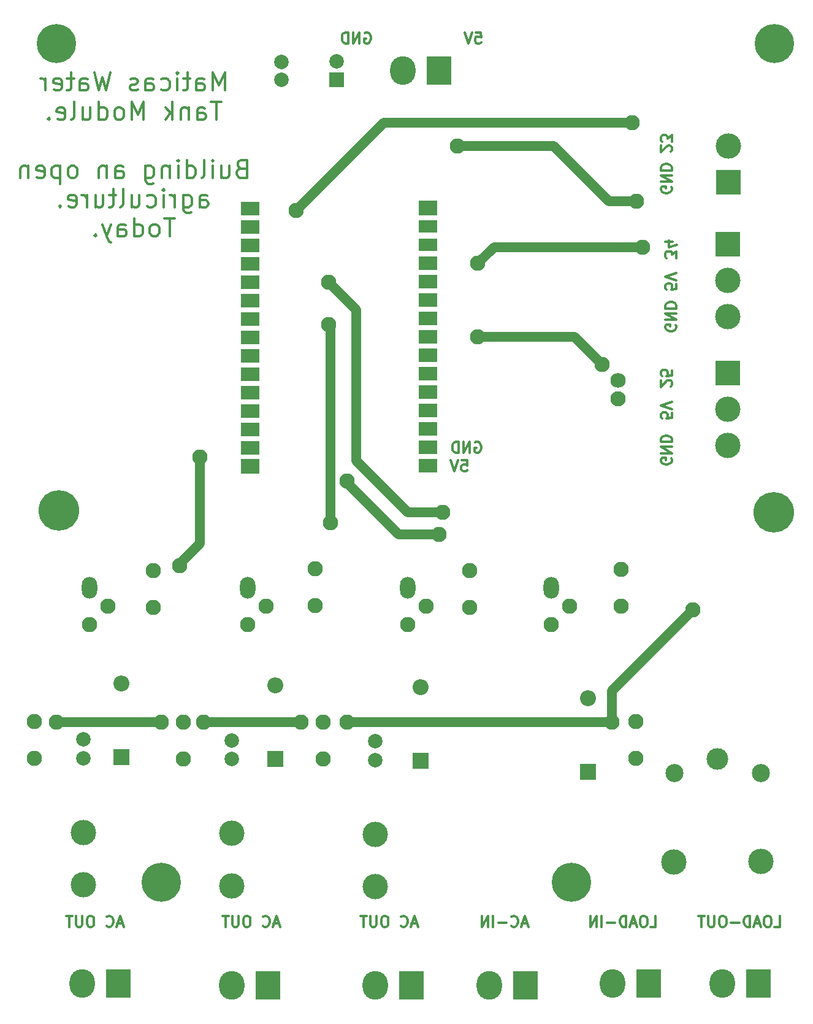
<source format=gbr>
%TF.GenerationSoftware,KiCad,Pcbnew,7.0.3*%
%TF.CreationDate,2023-06-20T18:43:10-05:00*%
%TF.ProjectId,intregration1,696e7472-6567-4726-9174-696f6e312e6b,rev?*%
%TF.SameCoordinates,Original*%
%TF.FileFunction,Copper,L2,Bot*%
%TF.FilePolarity,Positive*%
%FSLAX46Y46*%
G04 Gerber Fmt 4.6, Leading zero omitted, Abs format (unit mm)*
G04 Created by KiCad (PCBNEW 7.0.3) date 2023-06-20 18:43:10*
%MOMM*%
%LPD*%
G01*
G04 APERTURE LIST*
%ADD10C,0.300000*%
%TA.AperFunction,NonConductor*%
%ADD11C,0.300000*%
%TD*%
%TA.AperFunction,ComponentPad*%
%ADD12C,2.125000*%
%TD*%
%TA.AperFunction,ComponentPad*%
%ADD13O,2.125000X2.125000*%
%TD*%
%TA.AperFunction,ComponentPad*%
%ADD14C,2.100000*%
%TD*%
%TA.AperFunction,ComponentPad*%
%ADD15O,2.125000X2.000000*%
%TD*%
%TA.AperFunction,ComponentPad*%
%ADD16R,2.200000X2.200000*%
%TD*%
%TA.AperFunction,ComponentPad*%
%ADD17O,2.200000X2.200000*%
%TD*%
%TA.AperFunction,ComponentPad*%
%ADD18R,3.500000X3.960000*%
%TD*%
%TA.AperFunction,ComponentPad*%
%ADD19O,3.500000X3.960000*%
%TD*%
%TA.AperFunction,ComponentPad*%
%ADD20C,5.600000*%
%TD*%
%TA.AperFunction,ComponentPad*%
%ADD21R,3.500000X3.500000*%
%TD*%
%TA.AperFunction,ComponentPad*%
%ADD22C,3.500000*%
%TD*%
%TA.AperFunction,ComponentPad*%
%ADD23C,5.400000*%
%TD*%
%TA.AperFunction,ComponentPad*%
%ADD24C,2.000000*%
%TD*%
%TA.AperFunction,ComponentPad*%
%ADD25R,2.540000X2.000000*%
%TD*%
%TA.AperFunction,ComponentPad*%
%ADD26R,2.540000X1.950000*%
%TD*%
%TA.AperFunction,ComponentPad*%
%ADD27O,2.125000X3.000000*%
%TD*%
%TA.AperFunction,ComponentPad*%
%ADD28R,2.540000X2.100000*%
%TD*%
%TA.AperFunction,ComponentPad*%
%ADD29R,2.540000X1.740000*%
%TD*%
%TA.AperFunction,ComponentPad*%
%ADD30C,3.000000*%
%TD*%
%TA.AperFunction,ComponentPad*%
%ADD31C,2.500000*%
%TD*%
%TA.AperFunction,ComponentPad*%
%ADD32R,2.000000X2.000000*%
%TD*%
%TA.AperFunction,ViaPad*%
%ADD33C,2.125000*%
%TD*%
%TA.AperFunction,Conductor*%
%ADD34C,1.330000*%
%TD*%
G04 APERTURE END LIST*
D10*
D11*
X139494171Y-61183346D02*
X139494171Y-60254774D01*
X139494171Y-60254774D02*
X138922742Y-60754774D01*
X138922742Y-60754774D02*
X138922742Y-60540489D01*
X138922742Y-60540489D02*
X138851314Y-60397632D01*
X138851314Y-60397632D02*
X138779885Y-60326203D01*
X138779885Y-60326203D02*
X138637028Y-60254774D01*
X138637028Y-60254774D02*
X138279885Y-60254774D01*
X138279885Y-60254774D02*
X138137028Y-60326203D01*
X138137028Y-60326203D02*
X138065600Y-60397632D01*
X138065600Y-60397632D02*
X137994171Y-60540489D01*
X137994171Y-60540489D02*
X137994171Y-60969060D01*
X137994171Y-60969060D02*
X138065600Y-61111917D01*
X138065600Y-61111917D02*
X138137028Y-61183346D01*
X138994171Y-58969061D02*
X137994171Y-58969061D01*
X139565600Y-59326203D02*
X138494171Y-59683346D01*
X138494171Y-59683346D02*
X138494171Y-58754775D01*
D10*
D11*
X77132155Y-38068447D02*
X77132155Y-35568447D01*
X77132155Y-35568447D02*
X76298822Y-37354161D01*
X76298822Y-37354161D02*
X75465489Y-35568447D01*
X75465489Y-35568447D02*
X75465489Y-38068447D01*
X73203584Y-38068447D02*
X73203584Y-36758923D01*
X73203584Y-36758923D02*
X73322631Y-36520828D01*
X73322631Y-36520828D02*
X73560727Y-36401780D01*
X73560727Y-36401780D02*
X74036917Y-36401780D01*
X74036917Y-36401780D02*
X74275012Y-36520828D01*
X73203584Y-37949400D02*
X73441679Y-38068447D01*
X73441679Y-38068447D02*
X74036917Y-38068447D01*
X74036917Y-38068447D02*
X74275012Y-37949400D01*
X74275012Y-37949400D02*
X74394060Y-37711304D01*
X74394060Y-37711304D02*
X74394060Y-37473209D01*
X74394060Y-37473209D02*
X74275012Y-37235114D01*
X74275012Y-37235114D02*
X74036917Y-37116066D01*
X74036917Y-37116066D02*
X73441679Y-37116066D01*
X73441679Y-37116066D02*
X73203584Y-36997019D01*
X72370250Y-36401780D02*
X71417869Y-36401780D01*
X72013107Y-35568447D02*
X72013107Y-37711304D01*
X72013107Y-37711304D02*
X71894060Y-37949400D01*
X71894060Y-37949400D02*
X71655965Y-38068447D01*
X71655965Y-38068447D02*
X71417869Y-38068447D01*
X70584536Y-38068447D02*
X70584536Y-36401780D01*
X70584536Y-35568447D02*
X70703584Y-35687495D01*
X70703584Y-35687495D02*
X70584536Y-35806542D01*
X70584536Y-35806542D02*
X70465489Y-35687495D01*
X70465489Y-35687495D02*
X70584536Y-35568447D01*
X70584536Y-35568447D02*
X70584536Y-35806542D01*
X68322632Y-37949400D02*
X68560727Y-38068447D01*
X68560727Y-38068447D02*
X69036918Y-38068447D01*
X69036918Y-38068447D02*
X69275013Y-37949400D01*
X69275013Y-37949400D02*
X69394060Y-37830352D01*
X69394060Y-37830352D02*
X69513108Y-37592257D01*
X69513108Y-37592257D02*
X69513108Y-36877971D01*
X69513108Y-36877971D02*
X69394060Y-36639876D01*
X69394060Y-36639876D02*
X69275013Y-36520828D01*
X69275013Y-36520828D02*
X69036918Y-36401780D01*
X69036918Y-36401780D02*
X68560727Y-36401780D01*
X68560727Y-36401780D02*
X68322632Y-36520828D01*
X66179775Y-38068447D02*
X66179775Y-36758923D01*
X66179775Y-36758923D02*
X66298822Y-36520828D01*
X66298822Y-36520828D02*
X66536918Y-36401780D01*
X66536918Y-36401780D02*
X67013108Y-36401780D01*
X67013108Y-36401780D02*
X67251203Y-36520828D01*
X66179775Y-37949400D02*
X66417870Y-38068447D01*
X66417870Y-38068447D02*
X67013108Y-38068447D01*
X67013108Y-38068447D02*
X67251203Y-37949400D01*
X67251203Y-37949400D02*
X67370251Y-37711304D01*
X67370251Y-37711304D02*
X67370251Y-37473209D01*
X67370251Y-37473209D02*
X67251203Y-37235114D01*
X67251203Y-37235114D02*
X67013108Y-37116066D01*
X67013108Y-37116066D02*
X66417870Y-37116066D01*
X66417870Y-37116066D02*
X66179775Y-36997019D01*
X65108346Y-37949400D02*
X64870251Y-38068447D01*
X64870251Y-38068447D02*
X64394060Y-38068447D01*
X64394060Y-38068447D02*
X64155965Y-37949400D01*
X64155965Y-37949400D02*
X64036917Y-37711304D01*
X64036917Y-37711304D02*
X64036917Y-37592257D01*
X64036917Y-37592257D02*
X64155965Y-37354161D01*
X64155965Y-37354161D02*
X64394060Y-37235114D01*
X64394060Y-37235114D02*
X64751203Y-37235114D01*
X64751203Y-37235114D02*
X64989298Y-37116066D01*
X64989298Y-37116066D02*
X65108346Y-36877971D01*
X65108346Y-36877971D02*
X65108346Y-36758923D01*
X65108346Y-36758923D02*
X64989298Y-36520828D01*
X64989298Y-36520828D02*
X64751203Y-36401780D01*
X64751203Y-36401780D02*
X64394060Y-36401780D01*
X64394060Y-36401780D02*
X64155965Y-36520828D01*
X61298822Y-35568447D02*
X60703584Y-38068447D01*
X60703584Y-38068447D02*
X60227393Y-36282733D01*
X60227393Y-36282733D02*
X59751203Y-38068447D01*
X59751203Y-38068447D02*
X59155965Y-35568447D01*
X57132155Y-38068447D02*
X57132155Y-36758923D01*
X57132155Y-36758923D02*
X57251202Y-36520828D01*
X57251202Y-36520828D02*
X57489298Y-36401780D01*
X57489298Y-36401780D02*
X57965488Y-36401780D01*
X57965488Y-36401780D02*
X58203583Y-36520828D01*
X57132155Y-37949400D02*
X57370250Y-38068447D01*
X57370250Y-38068447D02*
X57965488Y-38068447D01*
X57965488Y-38068447D02*
X58203583Y-37949400D01*
X58203583Y-37949400D02*
X58322631Y-37711304D01*
X58322631Y-37711304D02*
X58322631Y-37473209D01*
X58322631Y-37473209D02*
X58203583Y-37235114D01*
X58203583Y-37235114D02*
X57965488Y-37116066D01*
X57965488Y-37116066D02*
X57370250Y-37116066D01*
X57370250Y-37116066D02*
X57132155Y-36997019D01*
X56298821Y-36401780D02*
X55346440Y-36401780D01*
X55941678Y-35568447D02*
X55941678Y-37711304D01*
X55941678Y-37711304D02*
X55822631Y-37949400D01*
X55822631Y-37949400D02*
X55584536Y-38068447D01*
X55584536Y-38068447D02*
X55346440Y-38068447D01*
X53560726Y-37949400D02*
X53798822Y-38068447D01*
X53798822Y-38068447D02*
X54275012Y-38068447D01*
X54275012Y-38068447D02*
X54513107Y-37949400D01*
X54513107Y-37949400D02*
X54632155Y-37711304D01*
X54632155Y-37711304D02*
X54632155Y-36758923D01*
X54632155Y-36758923D02*
X54513107Y-36520828D01*
X54513107Y-36520828D02*
X54275012Y-36401780D01*
X54275012Y-36401780D02*
X53798822Y-36401780D01*
X53798822Y-36401780D02*
X53560726Y-36520828D01*
X53560726Y-36520828D02*
X53441679Y-36758923D01*
X53441679Y-36758923D02*
X53441679Y-36997019D01*
X53441679Y-36997019D02*
X54632155Y-37235114D01*
X52370250Y-38068447D02*
X52370250Y-36401780D01*
X52370250Y-36877971D02*
X52251203Y-36639876D01*
X52251203Y-36639876D02*
X52132155Y-36520828D01*
X52132155Y-36520828D02*
X51894060Y-36401780D01*
X51894060Y-36401780D02*
X51655965Y-36401780D01*
X76655965Y-39593447D02*
X75227394Y-39593447D01*
X75941680Y-42093447D02*
X75941680Y-39593447D01*
X73322632Y-42093447D02*
X73322632Y-40783923D01*
X73322632Y-40783923D02*
X73441679Y-40545828D01*
X73441679Y-40545828D02*
X73679775Y-40426780D01*
X73679775Y-40426780D02*
X74155965Y-40426780D01*
X74155965Y-40426780D02*
X74394060Y-40545828D01*
X73322632Y-41974400D02*
X73560727Y-42093447D01*
X73560727Y-42093447D02*
X74155965Y-42093447D01*
X74155965Y-42093447D02*
X74394060Y-41974400D01*
X74394060Y-41974400D02*
X74513108Y-41736304D01*
X74513108Y-41736304D02*
X74513108Y-41498209D01*
X74513108Y-41498209D02*
X74394060Y-41260114D01*
X74394060Y-41260114D02*
X74155965Y-41141066D01*
X74155965Y-41141066D02*
X73560727Y-41141066D01*
X73560727Y-41141066D02*
X73322632Y-41022019D01*
X72132155Y-40426780D02*
X72132155Y-42093447D01*
X72132155Y-40664876D02*
X72013108Y-40545828D01*
X72013108Y-40545828D02*
X71775013Y-40426780D01*
X71775013Y-40426780D02*
X71417870Y-40426780D01*
X71417870Y-40426780D02*
X71179774Y-40545828D01*
X71179774Y-40545828D02*
X71060727Y-40783923D01*
X71060727Y-40783923D02*
X71060727Y-42093447D01*
X69870250Y-42093447D02*
X69870250Y-39593447D01*
X69632155Y-41141066D02*
X68917869Y-42093447D01*
X68917869Y-40426780D02*
X69870250Y-41379161D01*
X65941678Y-42093447D02*
X65941678Y-39593447D01*
X65941678Y-39593447D02*
X65108345Y-41379161D01*
X65108345Y-41379161D02*
X64275012Y-39593447D01*
X64275012Y-39593447D02*
X64275012Y-42093447D01*
X62727393Y-42093447D02*
X62965488Y-41974400D01*
X62965488Y-41974400D02*
X63084535Y-41855352D01*
X63084535Y-41855352D02*
X63203583Y-41617257D01*
X63203583Y-41617257D02*
X63203583Y-40902971D01*
X63203583Y-40902971D02*
X63084535Y-40664876D01*
X63084535Y-40664876D02*
X62965488Y-40545828D01*
X62965488Y-40545828D02*
X62727393Y-40426780D01*
X62727393Y-40426780D02*
X62370250Y-40426780D01*
X62370250Y-40426780D02*
X62132154Y-40545828D01*
X62132154Y-40545828D02*
X62013107Y-40664876D01*
X62013107Y-40664876D02*
X61894059Y-40902971D01*
X61894059Y-40902971D02*
X61894059Y-41617257D01*
X61894059Y-41617257D02*
X62013107Y-41855352D01*
X62013107Y-41855352D02*
X62132154Y-41974400D01*
X62132154Y-41974400D02*
X62370250Y-42093447D01*
X62370250Y-42093447D02*
X62727393Y-42093447D01*
X59751202Y-42093447D02*
X59751202Y-39593447D01*
X59751202Y-41974400D02*
X59989297Y-42093447D01*
X59989297Y-42093447D02*
X60465488Y-42093447D01*
X60465488Y-42093447D02*
X60703583Y-41974400D01*
X60703583Y-41974400D02*
X60822630Y-41855352D01*
X60822630Y-41855352D02*
X60941678Y-41617257D01*
X60941678Y-41617257D02*
X60941678Y-40902971D01*
X60941678Y-40902971D02*
X60822630Y-40664876D01*
X60822630Y-40664876D02*
X60703583Y-40545828D01*
X60703583Y-40545828D02*
X60465488Y-40426780D01*
X60465488Y-40426780D02*
X59989297Y-40426780D01*
X59989297Y-40426780D02*
X59751202Y-40545828D01*
X57489297Y-40426780D02*
X57489297Y-42093447D01*
X58560725Y-40426780D02*
X58560725Y-41736304D01*
X58560725Y-41736304D02*
X58441678Y-41974400D01*
X58441678Y-41974400D02*
X58203583Y-42093447D01*
X58203583Y-42093447D02*
X57846440Y-42093447D01*
X57846440Y-42093447D02*
X57608344Y-41974400D01*
X57608344Y-41974400D02*
X57489297Y-41855352D01*
X55941678Y-42093447D02*
X56179773Y-41974400D01*
X56179773Y-41974400D02*
X56298820Y-41736304D01*
X56298820Y-41736304D02*
X56298820Y-39593447D01*
X54036915Y-41974400D02*
X54275011Y-42093447D01*
X54275011Y-42093447D02*
X54751201Y-42093447D01*
X54751201Y-42093447D02*
X54989296Y-41974400D01*
X54989296Y-41974400D02*
X55108344Y-41736304D01*
X55108344Y-41736304D02*
X55108344Y-40783923D01*
X55108344Y-40783923D02*
X54989296Y-40545828D01*
X54989296Y-40545828D02*
X54751201Y-40426780D01*
X54751201Y-40426780D02*
X54275011Y-40426780D01*
X54275011Y-40426780D02*
X54036915Y-40545828D01*
X54036915Y-40545828D02*
X53917868Y-40783923D01*
X53917868Y-40783923D02*
X53917868Y-41022019D01*
X53917868Y-41022019D02*
X55108344Y-41260114D01*
X52846439Y-41855352D02*
X52727392Y-41974400D01*
X52727392Y-41974400D02*
X52846439Y-42093447D01*
X52846439Y-42093447D02*
X52965487Y-41974400D01*
X52965487Y-41974400D02*
X52846439Y-41855352D01*
X52846439Y-41855352D02*
X52846439Y-42093447D01*
X79394061Y-48833923D02*
X79036918Y-48952971D01*
X79036918Y-48952971D02*
X78917871Y-49072019D01*
X78917871Y-49072019D02*
X78798823Y-49310114D01*
X78798823Y-49310114D02*
X78798823Y-49667257D01*
X78798823Y-49667257D02*
X78917871Y-49905352D01*
X78917871Y-49905352D02*
X79036918Y-50024400D01*
X79036918Y-50024400D02*
X79275013Y-50143447D01*
X79275013Y-50143447D02*
X80227394Y-50143447D01*
X80227394Y-50143447D02*
X80227394Y-47643447D01*
X80227394Y-47643447D02*
X79394061Y-47643447D01*
X79394061Y-47643447D02*
X79155966Y-47762495D01*
X79155966Y-47762495D02*
X79036918Y-47881542D01*
X79036918Y-47881542D02*
X78917871Y-48119638D01*
X78917871Y-48119638D02*
X78917871Y-48357733D01*
X78917871Y-48357733D02*
X79036918Y-48595828D01*
X79036918Y-48595828D02*
X79155966Y-48714876D01*
X79155966Y-48714876D02*
X79394061Y-48833923D01*
X79394061Y-48833923D02*
X80227394Y-48833923D01*
X76655966Y-48476780D02*
X76655966Y-50143447D01*
X77727394Y-48476780D02*
X77727394Y-49786304D01*
X77727394Y-49786304D02*
X77608347Y-50024400D01*
X77608347Y-50024400D02*
X77370252Y-50143447D01*
X77370252Y-50143447D02*
X77013109Y-50143447D01*
X77013109Y-50143447D02*
X76775013Y-50024400D01*
X76775013Y-50024400D02*
X76655966Y-49905352D01*
X75465489Y-50143447D02*
X75465489Y-48476780D01*
X75465489Y-47643447D02*
X75584537Y-47762495D01*
X75584537Y-47762495D02*
X75465489Y-47881542D01*
X75465489Y-47881542D02*
X75346442Y-47762495D01*
X75346442Y-47762495D02*
X75465489Y-47643447D01*
X75465489Y-47643447D02*
X75465489Y-47881542D01*
X73917871Y-50143447D02*
X74155966Y-50024400D01*
X74155966Y-50024400D02*
X74275013Y-49786304D01*
X74275013Y-49786304D02*
X74275013Y-47643447D01*
X71894061Y-50143447D02*
X71894061Y-47643447D01*
X71894061Y-50024400D02*
X72132156Y-50143447D01*
X72132156Y-50143447D02*
X72608347Y-50143447D01*
X72608347Y-50143447D02*
X72846442Y-50024400D01*
X72846442Y-50024400D02*
X72965489Y-49905352D01*
X72965489Y-49905352D02*
X73084537Y-49667257D01*
X73084537Y-49667257D02*
X73084537Y-48952971D01*
X73084537Y-48952971D02*
X72965489Y-48714876D01*
X72965489Y-48714876D02*
X72846442Y-48595828D01*
X72846442Y-48595828D02*
X72608347Y-48476780D01*
X72608347Y-48476780D02*
X72132156Y-48476780D01*
X72132156Y-48476780D02*
X71894061Y-48595828D01*
X70703584Y-50143447D02*
X70703584Y-48476780D01*
X70703584Y-47643447D02*
X70822632Y-47762495D01*
X70822632Y-47762495D02*
X70703584Y-47881542D01*
X70703584Y-47881542D02*
X70584537Y-47762495D01*
X70584537Y-47762495D02*
X70703584Y-47643447D01*
X70703584Y-47643447D02*
X70703584Y-47881542D01*
X69513108Y-48476780D02*
X69513108Y-50143447D01*
X69513108Y-48714876D02*
X69394061Y-48595828D01*
X69394061Y-48595828D02*
X69155966Y-48476780D01*
X69155966Y-48476780D02*
X68798823Y-48476780D01*
X68798823Y-48476780D02*
X68560727Y-48595828D01*
X68560727Y-48595828D02*
X68441680Y-48833923D01*
X68441680Y-48833923D02*
X68441680Y-50143447D01*
X66179775Y-48476780D02*
X66179775Y-50500590D01*
X66179775Y-50500590D02*
X66298822Y-50738685D01*
X66298822Y-50738685D02*
X66417870Y-50857733D01*
X66417870Y-50857733D02*
X66655965Y-50976780D01*
X66655965Y-50976780D02*
X67013108Y-50976780D01*
X67013108Y-50976780D02*
X67251203Y-50857733D01*
X66179775Y-50024400D02*
X66417870Y-50143447D01*
X66417870Y-50143447D02*
X66894061Y-50143447D01*
X66894061Y-50143447D02*
X67132156Y-50024400D01*
X67132156Y-50024400D02*
X67251203Y-49905352D01*
X67251203Y-49905352D02*
X67370251Y-49667257D01*
X67370251Y-49667257D02*
X67370251Y-48952971D01*
X67370251Y-48952971D02*
X67251203Y-48714876D01*
X67251203Y-48714876D02*
X67132156Y-48595828D01*
X67132156Y-48595828D02*
X66894061Y-48476780D01*
X66894061Y-48476780D02*
X66417870Y-48476780D01*
X66417870Y-48476780D02*
X66179775Y-48595828D01*
X62013108Y-50143447D02*
X62013108Y-48833923D01*
X62013108Y-48833923D02*
X62132155Y-48595828D01*
X62132155Y-48595828D02*
X62370251Y-48476780D01*
X62370251Y-48476780D02*
X62846441Y-48476780D01*
X62846441Y-48476780D02*
X63084536Y-48595828D01*
X62013108Y-50024400D02*
X62251203Y-50143447D01*
X62251203Y-50143447D02*
X62846441Y-50143447D01*
X62846441Y-50143447D02*
X63084536Y-50024400D01*
X63084536Y-50024400D02*
X63203584Y-49786304D01*
X63203584Y-49786304D02*
X63203584Y-49548209D01*
X63203584Y-49548209D02*
X63084536Y-49310114D01*
X63084536Y-49310114D02*
X62846441Y-49191066D01*
X62846441Y-49191066D02*
X62251203Y-49191066D01*
X62251203Y-49191066D02*
X62013108Y-49072019D01*
X60822631Y-48476780D02*
X60822631Y-50143447D01*
X60822631Y-48714876D02*
X60703584Y-48595828D01*
X60703584Y-48595828D02*
X60465489Y-48476780D01*
X60465489Y-48476780D02*
X60108346Y-48476780D01*
X60108346Y-48476780D02*
X59870250Y-48595828D01*
X59870250Y-48595828D02*
X59751203Y-48833923D01*
X59751203Y-48833923D02*
X59751203Y-50143447D01*
X56298822Y-50143447D02*
X56536917Y-50024400D01*
X56536917Y-50024400D02*
X56655964Y-49905352D01*
X56655964Y-49905352D02*
X56775012Y-49667257D01*
X56775012Y-49667257D02*
X56775012Y-48952971D01*
X56775012Y-48952971D02*
X56655964Y-48714876D01*
X56655964Y-48714876D02*
X56536917Y-48595828D01*
X56536917Y-48595828D02*
X56298822Y-48476780D01*
X56298822Y-48476780D02*
X55941679Y-48476780D01*
X55941679Y-48476780D02*
X55703583Y-48595828D01*
X55703583Y-48595828D02*
X55584536Y-48714876D01*
X55584536Y-48714876D02*
X55465488Y-48952971D01*
X55465488Y-48952971D02*
X55465488Y-49667257D01*
X55465488Y-49667257D02*
X55584536Y-49905352D01*
X55584536Y-49905352D02*
X55703583Y-50024400D01*
X55703583Y-50024400D02*
X55941679Y-50143447D01*
X55941679Y-50143447D02*
X56298822Y-50143447D01*
X54394059Y-48476780D02*
X54394059Y-50976780D01*
X54394059Y-48595828D02*
X54155964Y-48476780D01*
X54155964Y-48476780D02*
X53679774Y-48476780D01*
X53679774Y-48476780D02*
X53441678Y-48595828D01*
X53441678Y-48595828D02*
X53322631Y-48714876D01*
X53322631Y-48714876D02*
X53203583Y-48952971D01*
X53203583Y-48952971D02*
X53203583Y-49667257D01*
X53203583Y-49667257D02*
X53322631Y-49905352D01*
X53322631Y-49905352D02*
X53441678Y-50024400D01*
X53441678Y-50024400D02*
X53679774Y-50143447D01*
X53679774Y-50143447D02*
X54155964Y-50143447D01*
X54155964Y-50143447D02*
X54394059Y-50024400D01*
X51179773Y-50024400D02*
X51417869Y-50143447D01*
X51417869Y-50143447D02*
X51894059Y-50143447D01*
X51894059Y-50143447D02*
X52132154Y-50024400D01*
X52132154Y-50024400D02*
X52251202Y-49786304D01*
X52251202Y-49786304D02*
X52251202Y-48833923D01*
X52251202Y-48833923D02*
X52132154Y-48595828D01*
X52132154Y-48595828D02*
X51894059Y-48476780D01*
X51894059Y-48476780D02*
X51417869Y-48476780D01*
X51417869Y-48476780D02*
X51179773Y-48595828D01*
X51179773Y-48595828D02*
X51060726Y-48833923D01*
X51060726Y-48833923D02*
X51060726Y-49072019D01*
X51060726Y-49072019D02*
X52251202Y-49310114D01*
X49989297Y-48476780D02*
X49989297Y-50143447D01*
X49989297Y-48714876D02*
X49870250Y-48595828D01*
X49870250Y-48595828D02*
X49632155Y-48476780D01*
X49632155Y-48476780D02*
X49275012Y-48476780D01*
X49275012Y-48476780D02*
X49036916Y-48595828D01*
X49036916Y-48595828D02*
X48917869Y-48833923D01*
X48917869Y-48833923D02*
X48917869Y-50143447D01*
X73679774Y-54168447D02*
X73679774Y-52858923D01*
X73679774Y-52858923D02*
X73798821Y-52620828D01*
X73798821Y-52620828D02*
X74036917Y-52501780D01*
X74036917Y-52501780D02*
X74513107Y-52501780D01*
X74513107Y-52501780D02*
X74751202Y-52620828D01*
X73679774Y-54049400D02*
X73917869Y-54168447D01*
X73917869Y-54168447D02*
X74513107Y-54168447D01*
X74513107Y-54168447D02*
X74751202Y-54049400D01*
X74751202Y-54049400D02*
X74870250Y-53811304D01*
X74870250Y-53811304D02*
X74870250Y-53573209D01*
X74870250Y-53573209D02*
X74751202Y-53335114D01*
X74751202Y-53335114D02*
X74513107Y-53216066D01*
X74513107Y-53216066D02*
X73917869Y-53216066D01*
X73917869Y-53216066D02*
X73679774Y-53097019D01*
X71417869Y-52501780D02*
X71417869Y-54525590D01*
X71417869Y-54525590D02*
X71536916Y-54763685D01*
X71536916Y-54763685D02*
X71655964Y-54882733D01*
X71655964Y-54882733D02*
X71894059Y-55001780D01*
X71894059Y-55001780D02*
X72251202Y-55001780D01*
X72251202Y-55001780D02*
X72489297Y-54882733D01*
X71417869Y-54049400D02*
X71655964Y-54168447D01*
X71655964Y-54168447D02*
X72132155Y-54168447D01*
X72132155Y-54168447D02*
X72370250Y-54049400D01*
X72370250Y-54049400D02*
X72489297Y-53930352D01*
X72489297Y-53930352D02*
X72608345Y-53692257D01*
X72608345Y-53692257D02*
X72608345Y-52977971D01*
X72608345Y-52977971D02*
X72489297Y-52739876D01*
X72489297Y-52739876D02*
X72370250Y-52620828D01*
X72370250Y-52620828D02*
X72132155Y-52501780D01*
X72132155Y-52501780D02*
X71655964Y-52501780D01*
X71655964Y-52501780D02*
X71417869Y-52620828D01*
X70227392Y-54168447D02*
X70227392Y-52501780D01*
X70227392Y-52977971D02*
X70108345Y-52739876D01*
X70108345Y-52739876D02*
X69989297Y-52620828D01*
X69989297Y-52620828D02*
X69751202Y-52501780D01*
X69751202Y-52501780D02*
X69513107Y-52501780D01*
X68679773Y-54168447D02*
X68679773Y-52501780D01*
X68679773Y-51668447D02*
X68798821Y-51787495D01*
X68798821Y-51787495D02*
X68679773Y-51906542D01*
X68679773Y-51906542D02*
X68560726Y-51787495D01*
X68560726Y-51787495D02*
X68679773Y-51668447D01*
X68679773Y-51668447D02*
X68679773Y-51906542D01*
X66417869Y-54049400D02*
X66655964Y-54168447D01*
X66655964Y-54168447D02*
X67132155Y-54168447D01*
X67132155Y-54168447D02*
X67370250Y-54049400D01*
X67370250Y-54049400D02*
X67489297Y-53930352D01*
X67489297Y-53930352D02*
X67608345Y-53692257D01*
X67608345Y-53692257D02*
X67608345Y-52977971D01*
X67608345Y-52977971D02*
X67489297Y-52739876D01*
X67489297Y-52739876D02*
X67370250Y-52620828D01*
X67370250Y-52620828D02*
X67132155Y-52501780D01*
X67132155Y-52501780D02*
X66655964Y-52501780D01*
X66655964Y-52501780D02*
X66417869Y-52620828D01*
X64275012Y-52501780D02*
X64275012Y-54168447D01*
X65346440Y-52501780D02*
X65346440Y-53811304D01*
X65346440Y-53811304D02*
X65227393Y-54049400D01*
X65227393Y-54049400D02*
X64989298Y-54168447D01*
X64989298Y-54168447D02*
X64632155Y-54168447D01*
X64632155Y-54168447D02*
X64394059Y-54049400D01*
X64394059Y-54049400D02*
X64275012Y-53930352D01*
X62727393Y-54168447D02*
X62965488Y-54049400D01*
X62965488Y-54049400D02*
X63084535Y-53811304D01*
X63084535Y-53811304D02*
X63084535Y-51668447D01*
X62132154Y-52501780D02*
X61179773Y-52501780D01*
X61775011Y-51668447D02*
X61775011Y-53811304D01*
X61775011Y-53811304D02*
X61655964Y-54049400D01*
X61655964Y-54049400D02*
X61417869Y-54168447D01*
X61417869Y-54168447D02*
X61179773Y-54168447D01*
X59275012Y-52501780D02*
X59275012Y-54168447D01*
X60346440Y-52501780D02*
X60346440Y-53811304D01*
X60346440Y-53811304D02*
X60227393Y-54049400D01*
X60227393Y-54049400D02*
X59989298Y-54168447D01*
X59989298Y-54168447D02*
X59632155Y-54168447D01*
X59632155Y-54168447D02*
X59394059Y-54049400D01*
X59394059Y-54049400D02*
X59275012Y-53930352D01*
X58084535Y-54168447D02*
X58084535Y-52501780D01*
X58084535Y-52977971D02*
X57965488Y-52739876D01*
X57965488Y-52739876D02*
X57846440Y-52620828D01*
X57846440Y-52620828D02*
X57608345Y-52501780D01*
X57608345Y-52501780D02*
X57370250Y-52501780D01*
X55584535Y-54049400D02*
X55822631Y-54168447D01*
X55822631Y-54168447D02*
X56298821Y-54168447D01*
X56298821Y-54168447D02*
X56536916Y-54049400D01*
X56536916Y-54049400D02*
X56655964Y-53811304D01*
X56655964Y-53811304D02*
X56655964Y-52858923D01*
X56655964Y-52858923D02*
X56536916Y-52620828D01*
X56536916Y-52620828D02*
X56298821Y-52501780D01*
X56298821Y-52501780D02*
X55822631Y-52501780D01*
X55822631Y-52501780D02*
X55584535Y-52620828D01*
X55584535Y-52620828D02*
X55465488Y-52858923D01*
X55465488Y-52858923D02*
X55465488Y-53097019D01*
X55465488Y-53097019D02*
X56655964Y-53335114D01*
X54394059Y-53930352D02*
X54275012Y-54049400D01*
X54275012Y-54049400D02*
X54394059Y-54168447D01*
X54394059Y-54168447D02*
X54513107Y-54049400D01*
X54513107Y-54049400D02*
X54394059Y-53930352D01*
X54394059Y-53930352D02*
X54394059Y-54168447D01*
X70227393Y-55693447D02*
X68798822Y-55693447D01*
X69513108Y-58193447D02*
X69513108Y-55693447D01*
X67608346Y-58193447D02*
X67846441Y-58074400D01*
X67846441Y-58074400D02*
X67965488Y-57955352D01*
X67965488Y-57955352D02*
X68084536Y-57717257D01*
X68084536Y-57717257D02*
X68084536Y-57002971D01*
X68084536Y-57002971D02*
X67965488Y-56764876D01*
X67965488Y-56764876D02*
X67846441Y-56645828D01*
X67846441Y-56645828D02*
X67608346Y-56526780D01*
X67608346Y-56526780D02*
X67251203Y-56526780D01*
X67251203Y-56526780D02*
X67013107Y-56645828D01*
X67013107Y-56645828D02*
X66894060Y-56764876D01*
X66894060Y-56764876D02*
X66775012Y-57002971D01*
X66775012Y-57002971D02*
X66775012Y-57717257D01*
X66775012Y-57717257D02*
X66894060Y-57955352D01*
X66894060Y-57955352D02*
X67013107Y-58074400D01*
X67013107Y-58074400D02*
X67251203Y-58193447D01*
X67251203Y-58193447D02*
X67608346Y-58193447D01*
X64632155Y-58193447D02*
X64632155Y-55693447D01*
X64632155Y-58074400D02*
X64870250Y-58193447D01*
X64870250Y-58193447D02*
X65346441Y-58193447D01*
X65346441Y-58193447D02*
X65584536Y-58074400D01*
X65584536Y-58074400D02*
X65703583Y-57955352D01*
X65703583Y-57955352D02*
X65822631Y-57717257D01*
X65822631Y-57717257D02*
X65822631Y-57002971D01*
X65822631Y-57002971D02*
X65703583Y-56764876D01*
X65703583Y-56764876D02*
X65584536Y-56645828D01*
X65584536Y-56645828D02*
X65346441Y-56526780D01*
X65346441Y-56526780D02*
X64870250Y-56526780D01*
X64870250Y-56526780D02*
X64632155Y-56645828D01*
X62370250Y-58193447D02*
X62370250Y-56883923D01*
X62370250Y-56883923D02*
X62489297Y-56645828D01*
X62489297Y-56645828D02*
X62727393Y-56526780D01*
X62727393Y-56526780D02*
X63203583Y-56526780D01*
X63203583Y-56526780D02*
X63441678Y-56645828D01*
X62370250Y-58074400D02*
X62608345Y-58193447D01*
X62608345Y-58193447D02*
X63203583Y-58193447D01*
X63203583Y-58193447D02*
X63441678Y-58074400D01*
X63441678Y-58074400D02*
X63560726Y-57836304D01*
X63560726Y-57836304D02*
X63560726Y-57598209D01*
X63560726Y-57598209D02*
X63441678Y-57360114D01*
X63441678Y-57360114D02*
X63203583Y-57241066D01*
X63203583Y-57241066D02*
X62608345Y-57241066D01*
X62608345Y-57241066D02*
X62370250Y-57122019D01*
X61417869Y-56526780D02*
X60822631Y-58193447D01*
X60227392Y-56526780D02*
X60822631Y-58193447D01*
X60822631Y-58193447D02*
X61060726Y-58788685D01*
X61060726Y-58788685D02*
X61179773Y-58907733D01*
X61179773Y-58907733D02*
X61417869Y-59026780D01*
X59275011Y-57955352D02*
X59155964Y-58074400D01*
X59155964Y-58074400D02*
X59275011Y-58193447D01*
X59275011Y-58193447D02*
X59394059Y-58074400D01*
X59394059Y-58074400D02*
X59275011Y-57955352D01*
X59275011Y-57955352D02*
X59275011Y-58193447D01*
D10*
D11*
X109856203Y-89105828D02*
X110570489Y-89105828D01*
X110570489Y-89105828D02*
X110641917Y-89820114D01*
X110641917Y-89820114D02*
X110570489Y-89748685D01*
X110570489Y-89748685D02*
X110427632Y-89677257D01*
X110427632Y-89677257D02*
X110070489Y-89677257D01*
X110070489Y-89677257D02*
X109927632Y-89748685D01*
X109927632Y-89748685D02*
X109856203Y-89820114D01*
X109856203Y-89820114D02*
X109784774Y-89962971D01*
X109784774Y-89962971D02*
X109784774Y-90320114D01*
X109784774Y-90320114D02*
X109856203Y-90462971D01*
X109856203Y-90462971D02*
X109927632Y-90534400D01*
X109927632Y-90534400D02*
X110070489Y-90605828D01*
X110070489Y-90605828D02*
X110427632Y-90605828D01*
X110427632Y-90605828D02*
X110570489Y-90534400D01*
X110570489Y-90534400D02*
X110641917Y-90462971D01*
X109356203Y-89105828D02*
X108856203Y-90605828D01*
X108856203Y-90605828D02*
X108356203Y-89105828D01*
D10*
D11*
X63016917Y-153042257D02*
X62302632Y-153042257D01*
X63159774Y-153470828D02*
X62659774Y-151970828D01*
X62659774Y-151970828D02*
X62159774Y-153470828D01*
X60802632Y-153327971D02*
X60874060Y-153399400D01*
X60874060Y-153399400D02*
X61088346Y-153470828D01*
X61088346Y-153470828D02*
X61231203Y-153470828D01*
X61231203Y-153470828D02*
X61445489Y-153399400D01*
X61445489Y-153399400D02*
X61588346Y-153256542D01*
X61588346Y-153256542D02*
X61659775Y-153113685D01*
X61659775Y-153113685D02*
X61731203Y-152827971D01*
X61731203Y-152827971D02*
X61731203Y-152613685D01*
X61731203Y-152613685D02*
X61659775Y-152327971D01*
X61659775Y-152327971D02*
X61588346Y-152185114D01*
X61588346Y-152185114D02*
X61445489Y-152042257D01*
X61445489Y-152042257D02*
X61231203Y-151970828D01*
X61231203Y-151970828D02*
X61088346Y-151970828D01*
X61088346Y-151970828D02*
X60874060Y-152042257D01*
X60874060Y-152042257D02*
X60802632Y-152113685D01*
X58731203Y-151970828D02*
X58445489Y-151970828D01*
X58445489Y-151970828D02*
X58302632Y-152042257D01*
X58302632Y-152042257D02*
X58159775Y-152185114D01*
X58159775Y-152185114D02*
X58088346Y-152470828D01*
X58088346Y-152470828D02*
X58088346Y-152970828D01*
X58088346Y-152970828D02*
X58159775Y-153256542D01*
X58159775Y-153256542D02*
X58302632Y-153399400D01*
X58302632Y-153399400D02*
X58445489Y-153470828D01*
X58445489Y-153470828D02*
X58731203Y-153470828D01*
X58731203Y-153470828D02*
X58874061Y-153399400D01*
X58874061Y-153399400D02*
X59016918Y-153256542D01*
X59016918Y-153256542D02*
X59088346Y-152970828D01*
X59088346Y-152970828D02*
X59088346Y-152470828D01*
X59088346Y-152470828D02*
X59016918Y-152185114D01*
X59016918Y-152185114D02*
X58874061Y-152042257D01*
X58874061Y-152042257D02*
X58731203Y-151970828D01*
X57445489Y-151970828D02*
X57445489Y-153185114D01*
X57445489Y-153185114D02*
X57374060Y-153327971D01*
X57374060Y-153327971D02*
X57302632Y-153399400D01*
X57302632Y-153399400D02*
X57159774Y-153470828D01*
X57159774Y-153470828D02*
X56874060Y-153470828D01*
X56874060Y-153470828D02*
X56731203Y-153399400D01*
X56731203Y-153399400D02*
X56659774Y-153327971D01*
X56659774Y-153327971D02*
X56588346Y-153185114D01*
X56588346Y-153185114D02*
X56588346Y-151970828D01*
X56088345Y-151970828D02*
X55231203Y-151970828D01*
X55659774Y-153470828D02*
X55659774Y-151970828D01*
D10*
D11*
X111761203Y-30050828D02*
X112475489Y-30050828D01*
X112475489Y-30050828D02*
X112546917Y-30765114D01*
X112546917Y-30765114D02*
X112475489Y-30693685D01*
X112475489Y-30693685D02*
X112332632Y-30622257D01*
X112332632Y-30622257D02*
X111975489Y-30622257D01*
X111975489Y-30622257D02*
X111832632Y-30693685D01*
X111832632Y-30693685D02*
X111761203Y-30765114D01*
X111761203Y-30765114D02*
X111689774Y-30907971D01*
X111689774Y-30907971D02*
X111689774Y-31265114D01*
X111689774Y-31265114D02*
X111761203Y-31407971D01*
X111761203Y-31407971D02*
X111832632Y-31479400D01*
X111832632Y-31479400D02*
X111975489Y-31550828D01*
X111975489Y-31550828D02*
X112332632Y-31550828D01*
X112332632Y-31550828D02*
X112475489Y-31479400D01*
X112475489Y-31479400D02*
X112546917Y-31407971D01*
X111261203Y-30050828D02*
X110761203Y-31550828D01*
X110761203Y-31550828D02*
X110261203Y-30050828D01*
D10*
D11*
X138716314Y-46506917D02*
X138787742Y-46435489D01*
X138787742Y-46435489D02*
X138859171Y-46292632D01*
X138859171Y-46292632D02*
X138859171Y-45935489D01*
X138859171Y-45935489D02*
X138787742Y-45792632D01*
X138787742Y-45792632D02*
X138716314Y-45721203D01*
X138716314Y-45721203D02*
X138573457Y-45649774D01*
X138573457Y-45649774D02*
X138430600Y-45649774D01*
X138430600Y-45649774D02*
X138216314Y-45721203D01*
X138216314Y-45721203D02*
X137359171Y-46578346D01*
X137359171Y-46578346D02*
X137359171Y-45649774D01*
X138859171Y-45149775D02*
X138859171Y-44221203D01*
X138859171Y-44221203D02*
X138287742Y-44721203D01*
X138287742Y-44721203D02*
X138287742Y-44506918D01*
X138287742Y-44506918D02*
X138216314Y-44364061D01*
X138216314Y-44364061D02*
X138144885Y-44292632D01*
X138144885Y-44292632D02*
X138002028Y-44221203D01*
X138002028Y-44221203D02*
X137644885Y-44221203D01*
X137644885Y-44221203D02*
X137502028Y-44292632D01*
X137502028Y-44292632D02*
X137430600Y-44364061D01*
X137430600Y-44364061D02*
X137359171Y-44506918D01*
X137359171Y-44506918D02*
X137359171Y-44935489D01*
X137359171Y-44935489D02*
X137430600Y-45078346D01*
X137430600Y-45078346D02*
X137502028Y-45149775D01*
D10*
D11*
X118896917Y-153042257D02*
X118182632Y-153042257D01*
X119039774Y-153470828D02*
X118539774Y-151970828D01*
X118539774Y-151970828D02*
X118039774Y-153470828D01*
X116682632Y-153327971D02*
X116754060Y-153399400D01*
X116754060Y-153399400D02*
X116968346Y-153470828D01*
X116968346Y-153470828D02*
X117111203Y-153470828D01*
X117111203Y-153470828D02*
X117325489Y-153399400D01*
X117325489Y-153399400D02*
X117468346Y-153256542D01*
X117468346Y-153256542D02*
X117539775Y-153113685D01*
X117539775Y-153113685D02*
X117611203Y-152827971D01*
X117611203Y-152827971D02*
X117611203Y-152613685D01*
X117611203Y-152613685D02*
X117539775Y-152327971D01*
X117539775Y-152327971D02*
X117468346Y-152185114D01*
X117468346Y-152185114D02*
X117325489Y-152042257D01*
X117325489Y-152042257D02*
X117111203Y-151970828D01*
X117111203Y-151970828D02*
X116968346Y-151970828D01*
X116968346Y-151970828D02*
X116754060Y-152042257D01*
X116754060Y-152042257D02*
X116682632Y-152113685D01*
X116039775Y-152899400D02*
X114896918Y-152899400D01*
X114182632Y-153470828D02*
X114182632Y-151970828D01*
X113468346Y-153470828D02*
X113468346Y-151970828D01*
X113468346Y-151970828D02*
X112611203Y-153470828D01*
X112611203Y-153470828D02*
X112611203Y-151970828D01*
D10*
D11*
X96449774Y-30122257D02*
X96592632Y-30050828D01*
X96592632Y-30050828D02*
X96806917Y-30050828D01*
X96806917Y-30050828D02*
X97021203Y-30122257D01*
X97021203Y-30122257D02*
X97164060Y-30265114D01*
X97164060Y-30265114D02*
X97235489Y-30407971D01*
X97235489Y-30407971D02*
X97306917Y-30693685D01*
X97306917Y-30693685D02*
X97306917Y-30907971D01*
X97306917Y-30907971D02*
X97235489Y-31193685D01*
X97235489Y-31193685D02*
X97164060Y-31336542D01*
X97164060Y-31336542D02*
X97021203Y-31479400D01*
X97021203Y-31479400D02*
X96806917Y-31550828D01*
X96806917Y-31550828D02*
X96664060Y-31550828D01*
X96664060Y-31550828D02*
X96449774Y-31479400D01*
X96449774Y-31479400D02*
X96378346Y-31407971D01*
X96378346Y-31407971D02*
X96378346Y-30907971D01*
X96378346Y-30907971D02*
X96664060Y-30907971D01*
X95735489Y-31550828D02*
X95735489Y-30050828D01*
X95735489Y-30050828D02*
X94878346Y-31550828D01*
X94878346Y-31550828D02*
X94878346Y-30050828D01*
X94164060Y-31550828D02*
X94164060Y-30050828D01*
X94164060Y-30050828D02*
X93806917Y-30050828D01*
X93806917Y-30050828D02*
X93592631Y-30122257D01*
X93592631Y-30122257D02*
X93449774Y-30265114D01*
X93449774Y-30265114D02*
X93378345Y-30407971D01*
X93378345Y-30407971D02*
X93306917Y-30693685D01*
X93306917Y-30693685D02*
X93306917Y-30907971D01*
X93306917Y-30907971D02*
X93378345Y-31193685D01*
X93378345Y-31193685D02*
X93449774Y-31336542D01*
X93449774Y-31336542D02*
X93592631Y-31479400D01*
X93592631Y-31479400D02*
X93806917Y-31550828D01*
X93806917Y-31550828D02*
X94164060Y-31550828D01*
D10*
D11*
X84606917Y-153042257D02*
X83892632Y-153042257D01*
X84749774Y-153470828D02*
X84249774Y-151970828D01*
X84249774Y-151970828D02*
X83749774Y-153470828D01*
X82392632Y-153327971D02*
X82464060Y-153399400D01*
X82464060Y-153399400D02*
X82678346Y-153470828D01*
X82678346Y-153470828D02*
X82821203Y-153470828D01*
X82821203Y-153470828D02*
X83035489Y-153399400D01*
X83035489Y-153399400D02*
X83178346Y-153256542D01*
X83178346Y-153256542D02*
X83249775Y-153113685D01*
X83249775Y-153113685D02*
X83321203Y-152827971D01*
X83321203Y-152827971D02*
X83321203Y-152613685D01*
X83321203Y-152613685D02*
X83249775Y-152327971D01*
X83249775Y-152327971D02*
X83178346Y-152185114D01*
X83178346Y-152185114D02*
X83035489Y-152042257D01*
X83035489Y-152042257D02*
X82821203Y-151970828D01*
X82821203Y-151970828D02*
X82678346Y-151970828D01*
X82678346Y-151970828D02*
X82464060Y-152042257D01*
X82464060Y-152042257D02*
X82392632Y-152113685D01*
X80321203Y-151970828D02*
X80035489Y-151970828D01*
X80035489Y-151970828D02*
X79892632Y-152042257D01*
X79892632Y-152042257D02*
X79749775Y-152185114D01*
X79749775Y-152185114D02*
X79678346Y-152470828D01*
X79678346Y-152470828D02*
X79678346Y-152970828D01*
X79678346Y-152970828D02*
X79749775Y-153256542D01*
X79749775Y-153256542D02*
X79892632Y-153399400D01*
X79892632Y-153399400D02*
X80035489Y-153470828D01*
X80035489Y-153470828D02*
X80321203Y-153470828D01*
X80321203Y-153470828D02*
X80464061Y-153399400D01*
X80464061Y-153399400D02*
X80606918Y-153256542D01*
X80606918Y-153256542D02*
X80678346Y-152970828D01*
X80678346Y-152970828D02*
X80678346Y-152470828D01*
X80678346Y-152470828D02*
X80606918Y-152185114D01*
X80606918Y-152185114D02*
X80464061Y-152042257D01*
X80464061Y-152042257D02*
X80321203Y-151970828D01*
X79035489Y-151970828D02*
X79035489Y-153185114D01*
X79035489Y-153185114D02*
X78964060Y-153327971D01*
X78964060Y-153327971D02*
X78892632Y-153399400D01*
X78892632Y-153399400D02*
X78749774Y-153470828D01*
X78749774Y-153470828D02*
X78464060Y-153470828D01*
X78464060Y-153470828D02*
X78321203Y-153399400D01*
X78321203Y-153399400D02*
X78249774Y-153327971D01*
X78249774Y-153327971D02*
X78178346Y-153185114D01*
X78178346Y-153185114D02*
X78178346Y-151970828D01*
X77678345Y-151970828D02*
X76821203Y-151970828D01*
X77249774Y-153470828D02*
X77249774Y-151970828D01*
D10*
D11*
X138787742Y-51364774D02*
X138859171Y-51507632D01*
X138859171Y-51507632D02*
X138859171Y-51721917D01*
X138859171Y-51721917D02*
X138787742Y-51936203D01*
X138787742Y-51936203D02*
X138644885Y-52079060D01*
X138644885Y-52079060D02*
X138502028Y-52150489D01*
X138502028Y-52150489D02*
X138216314Y-52221917D01*
X138216314Y-52221917D02*
X138002028Y-52221917D01*
X138002028Y-52221917D02*
X137716314Y-52150489D01*
X137716314Y-52150489D02*
X137573457Y-52079060D01*
X137573457Y-52079060D02*
X137430600Y-51936203D01*
X137430600Y-51936203D02*
X137359171Y-51721917D01*
X137359171Y-51721917D02*
X137359171Y-51579060D01*
X137359171Y-51579060D02*
X137430600Y-51364774D01*
X137430600Y-51364774D02*
X137502028Y-51293346D01*
X137502028Y-51293346D02*
X138002028Y-51293346D01*
X138002028Y-51293346D02*
X138002028Y-51579060D01*
X137359171Y-50650489D02*
X138859171Y-50650489D01*
X138859171Y-50650489D02*
X137359171Y-49793346D01*
X137359171Y-49793346D02*
X138859171Y-49793346D01*
X137359171Y-49079060D02*
X138859171Y-49079060D01*
X138859171Y-49079060D02*
X138859171Y-48721917D01*
X138859171Y-48721917D02*
X138787742Y-48507631D01*
X138787742Y-48507631D02*
X138644885Y-48364774D01*
X138644885Y-48364774D02*
X138502028Y-48293345D01*
X138502028Y-48293345D02*
X138216314Y-48221917D01*
X138216314Y-48221917D02*
X138002028Y-48221917D01*
X138002028Y-48221917D02*
X137716314Y-48293345D01*
X137716314Y-48293345D02*
X137573457Y-48364774D01*
X137573457Y-48364774D02*
X137430600Y-48507631D01*
X137430600Y-48507631D02*
X137359171Y-48721917D01*
X137359171Y-48721917D02*
X137359171Y-49079060D01*
D10*
D11*
X138859171Y-82551203D02*
X138859171Y-83265489D01*
X138859171Y-83265489D02*
X138144885Y-83336917D01*
X138144885Y-83336917D02*
X138216314Y-83265489D01*
X138216314Y-83265489D02*
X138287742Y-83122632D01*
X138287742Y-83122632D02*
X138287742Y-82765489D01*
X138287742Y-82765489D02*
X138216314Y-82622632D01*
X138216314Y-82622632D02*
X138144885Y-82551203D01*
X138144885Y-82551203D02*
X138002028Y-82479774D01*
X138002028Y-82479774D02*
X137644885Y-82479774D01*
X137644885Y-82479774D02*
X137502028Y-82551203D01*
X137502028Y-82551203D02*
X137430600Y-82622632D01*
X137430600Y-82622632D02*
X137359171Y-82765489D01*
X137359171Y-82765489D02*
X137359171Y-83122632D01*
X137359171Y-83122632D02*
X137430600Y-83265489D01*
X137430600Y-83265489D02*
X137502028Y-83336917D01*
X138859171Y-82051203D02*
X137359171Y-81551203D01*
X137359171Y-81551203D02*
X138859171Y-81051203D01*
D10*
D11*
X139494171Y-64771203D02*
X139494171Y-65485489D01*
X139494171Y-65485489D02*
X138779885Y-65556917D01*
X138779885Y-65556917D02*
X138851314Y-65485489D01*
X138851314Y-65485489D02*
X138922742Y-65342632D01*
X138922742Y-65342632D02*
X138922742Y-64985489D01*
X138922742Y-64985489D02*
X138851314Y-64842632D01*
X138851314Y-64842632D02*
X138779885Y-64771203D01*
X138779885Y-64771203D02*
X138637028Y-64699774D01*
X138637028Y-64699774D02*
X138279885Y-64699774D01*
X138279885Y-64699774D02*
X138137028Y-64771203D01*
X138137028Y-64771203D02*
X138065600Y-64842632D01*
X138065600Y-64842632D02*
X137994171Y-64985489D01*
X137994171Y-64985489D02*
X137994171Y-65342632D01*
X137994171Y-65342632D02*
X138065600Y-65485489D01*
X138065600Y-65485489D02*
X138137028Y-65556917D01*
X139494171Y-64271203D02*
X137994171Y-63771203D01*
X137994171Y-63771203D02*
X139494171Y-63271203D01*
D10*
D11*
X135891203Y-153470828D02*
X136605489Y-153470828D01*
X136605489Y-153470828D02*
X136605489Y-151970828D01*
X135105488Y-151970828D02*
X134819774Y-151970828D01*
X134819774Y-151970828D02*
X134676917Y-152042257D01*
X134676917Y-152042257D02*
X134534060Y-152185114D01*
X134534060Y-152185114D02*
X134462631Y-152470828D01*
X134462631Y-152470828D02*
X134462631Y-152970828D01*
X134462631Y-152970828D02*
X134534060Y-153256542D01*
X134534060Y-153256542D02*
X134676917Y-153399400D01*
X134676917Y-153399400D02*
X134819774Y-153470828D01*
X134819774Y-153470828D02*
X135105488Y-153470828D01*
X135105488Y-153470828D02*
X135248346Y-153399400D01*
X135248346Y-153399400D02*
X135391203Y-153256542D01*
X135391203Y-153256542D02*
X135462631Y-152970828D01*
X135462631Y-152970828D02*
X135462631Y-152470828D01*
X135462631Y-152470828D02*
X135391203Y-152185114D01*
X135391203Y-152185114D02*
X135248346Y-152042257D01*
X135248346Y-152042257D02*
X135105488Y-151970828D01*
X133891202Y-153042257D02*
X133176917Y-153042257D01*
X134034059Y-153470828D02*
X133534059Y-151970828D01*
X133534059Y-151970828D02*
X133034059Y-153470828D01*
X132534060Y-153470828D02*
X132534060Y-151970828D01*
X132534060Y-151970828D02*
X132176917Y-151970828D01*
X132176917Y-151970828D02*
X131962631Y-152042257D01*
X131962631Y-152042257D02*
X131819774Y-152185114D01*
X131819774Y-152185114D02*
X131748345Y-152327971D01*
X131748345Y-152327971D02*
X131676917Y-152613685D01*
X131676917Y-152613685D02*
X131676917Y-152827971D01*
X131676917Y-152827971D02*
X131748345Y-153113685D01*
X131748345Y-153113685D02*
X131819774Y-153256542D01*
X131819774Y-153256542D02*
X131962631Y-153399400D01*
X131962631Y-153399400D02*
X132176917Y-153470828D01*
X132176917Y-153470828D02*
X132534060Y-153470828D01*
X131034060Y-152899400D02*
X129891203Y-152899400D01*
X129176917Y-153470828D02*
X129176917Y-151970828D01*
X128462631Y-153470828D02*
X128462631Y-151970828D01*
X128462631Y-151970828D02*
X127605488Y-153470828D01*
X127605488Y-153470828D02*
X127605488Y-151970828D01*
D10*
D11*
X111689774Y-86637257D02*
X111832632Y-86565828D01*
X111832632Y-86565828D02*
X112046917Y-86565828D01*
X112046917Y-86565828D02*
X112261203Y-86637257D01*
X112261203Y-86637257D02*
X112404060Y-86780114D01*
X112404060Y-86780114D02*
X112475489Y-86922971D01*
X112475489Y-86922971D02*
X112546917Y-87208685D01*
X112546917Y-87208685D02*
X112546917Y-87422971D01*
X112546917Y-87422971D02*
X112475489Y-87708685D01*
X112475489Y-87708685D02*
X112404060Y-87851542D01*
X112404060Y-87851542D02*
X112261203Y-87994400D01*
X112261203Y-87994400D02*
X112046917Y-88065828D01*
X112046917Y-88065828D02*
X111904060Y-88065828D01*
X111904060Y-88065828D02*
X111689774Y-87994400D01*
X111689774Y-87994400D02*
X111618346Y-87922971D01*
X111618346Y-87922971D02*
X111618346Y-87422971D01*
X111618346Y-87422971D02*
X111904060Y-87422971D01*
X110975489Y-88065828D02*
X110975489Y-86565828D01*
X110975489Y-86565828D02*
X110118346Y-88065828D01*
X110118346Y-88065828D02*
X110118346Y-86565828D01*
X109404060Y-88065828D02*
X109404060Y-86565828D01*
X109404060Y-86565828D02*
X109046917Y-86565828D01*
X109046917Y-86565828D02*
X108832631Y-86637257D01*
X108832631Y-86637257D02*
X108689774Y-86780114D01*
X108689774Y-86780114D02*
X108618345Y-86922971D01*
X108618345Y-86922971D02*
X108546917Y-87208685D01*
X108546917Y-87208685D02*
X108546917Y-87422971D01*
X108546917Y-87422971D02*
X108618345Y-87708685D01*
X108618345Y-87708685D02*
X108689774Y-87851542D01*
X108689774Y-87851542D02*
X108832631Y-87994400D01*
X108832631Y-87994400D02*
X109046917Y-88065828D01*
X109046917Y-88065828D02*
X109404060Y-88065828D01*
D10*
D11*
X103656917Y-153042257D02*
X102942632Y-153042257D01*
X103799774Y-153470828D02*
X103299774Y-151970828D01*
X103299774Y-151970828D02*
X102799774Y-153470828D01*
X101442632Y-153327971D02*
X101514060Y-153399400D01*
X101514060Y-153399400D02*
X101728346Y-153470828D01*
X101728346Y-153470828D02*
X101871203Y-153470828D01*
X101871203Y-153470828D02*
X102085489Y-153399400D01*
X102085489Y-153399400D02*
X102228346Y-153256542D01*
X102228346Y-153256542D02*
X102299775Y-153113685D01*
X102299775Y-153113685D02*
X102371203Y-152827971D01*
X102371203Y-152827971D02*
X102371203Y-152613685D01*
X102371203Y-152613685D02*
X102299775Y-152327971D01*
X102299775Y-152327971D02*
X102228346Y-152185114D01*
X102228346Y-152185114D02*
X102085489Y-152042257D01*
X102085489Y-152042257D02*
X101871203Y-151970828D01*
X101871203Y-151970828D02*
X101728346Y-151970828D01*
X101728346Y-151970828D02*
X101514060Y-152042257D01*
X101514060Y-152042257D02*
X101442632Y-152113685D01*
X99371203Y-151970828D02*
X99085489Y-151970828D01*
X99085489Y-151970828D02*
X98942632Y-152042257D01*
X98942632Y-152042257D02*
X98799775Y-152185114D01*
X98799775Y-152185114D02*
X98728346Y-152470828D01*
X98728346Y-152470828D02*
X98728346Y-152970828D01*
X98728346Y-152970828D02*
X98799775Y-153256542D01*
X98799775Y-153256542D02*
X98942632Y-153399400D01*
X98942632Y-153399400D02*
X99085489Y-153470828D01*
X99085489Y-153470828D02*
X99371203Y-153470828D01*
X99371203Y-153470828D02*
X99514061Y-153399400D01*
X99514061Y-153399400D02*
X99656918Y-153256542D01*
X99656918Y-153256542D02*
X99728346Y-152970828D01*
X99728346Y-152970828D02*
X99728346Y-152470828D01*
X99728346Y-152470828D02*
X99656918Y-152185114D01*
X99656918Y-152185114D02*
X99514061Y-152042257D01*
X99514061Y-152042257D02*
X99371203Y-151970828D01*
X98085489Y-151970828D02*
X98085489Y-153185114D01*
X98085489Y-153185114D02*
X98014060Y-153327971D01*
X98014060Y-153327971D02*
X97942632Y-153399400D01*
X97942632Y-153399400D02*
X97799774Y-153470828D01*
X97799774Y-153470828D02*
X97514060Y-153470828D01*
X97514060Y-153470828D02*
X97371203Y-153399400D01*
X97371203Y-153399400D02*
X97299774Y-153327971D01*
X97299774Y-153327971D02*
X97228346Y-153185114D01*
X97228346Y-153185114D02*
X97228346Y-151970828D01*
X96728345Y-151970828D02*
X95871203Y-151970828D01*
X96299774Y-153470828D02*
X96299774Y-151970828D01*
D10*
D11*
X153036203Y-153470828D02*
X153750489Y-153470828D01*
X153750489Y-153470828D02*
X153750489Y-151970828D01*
X152250488Y-151970828D02*
X151964774Y-151970828D01*
X151964774Y-151970828D02*
X151821917Y-152042257D01*
X151821917Y-152042257D02*
X151679060Y-152185114D01*
X151679060Y-152185114D02*
X151607631Y-152470828D01*
X151607631Y-152470828D02*
X151607631Y-152970828D01*
X151607631Y-152970828D02*
X151679060Y-153256542D01*
X151679060Y-153256542D02*
X151821917Y-153399400D01*
X151821917Y-153399400D02*
X151964774Y-153470828D01*
X151964774Y-153470828D02*
X152250488Y-153470828D01*
X152250488Y-153470828D02*
X152393346Y-153399400D01*
X152393346Y-153399400D02*
X152536203Y-153256542D01*
X152536203Y-153256542D02*
X152607631Y-152970828D01*
X152607631Y-152970828D02*
X152607631Y-152470828D01*
X152607631Y-152470828D02*
X152536203Y-152185114D01*
X152536203Y-152185114D02*
X152393346Y-152042257D01*
X152393346Y-152042257D02*
X152250488Y-151970828D01*
X151036202Y-153042257D02*
X150321917Y-153042257D01*
X151179059Y-153470828D02*
X150679059Y-151970828D01*
X150679059Y-151970828D02*
X150179059Y-153470828D01*
X149679060Y-153470828D02*
X149679060Y-151970828D01*
X149679060Y-151970828D02*
X149321917Y-151970828D01*
X149321917Y-151970828D02*
X149107631Y-152042257D01*
X149107631Y-152042257D02*
X148964774Y-152185114D01*
X148964774Y-152185114D02*
X148893345Y-152327971D01*
X148893345Y-152327971D02*
X148821917Y-152613685D01*
X148821917Y-152613685D02*
X148821917Y-152827971D01*
X148821917Y-152827971D02*
X148893345Y-153113685D01*
X148893345Y-153113685D02*
X148964774Y-153256542D01*
X148964774Y-153256542D02*
X149107631Y-153399400D01*
X149107631Y-153399400D02*
X149321917Y-153470828D01*
X149321917Y-153470828D02*
X149679060Y-153470828D01*
X148179060Y-152899400D02*
X147036203Y-152899400D01*
X146036202Y-151970828D02*
X145750488Y-151970828D01*
X145750488Y-151970828D02*
X145607631Y-152042257D01*
X145607631Y-152042257D02*
X145464774Y-152185114D01*
X145464774Y-152185114D02*
X145393345Y-152470828D01*
X145393345Y-152470828D02*
X145393345Y-152970828D01*
X145393345Y-152970828D02*
X145464774Y-153256542D01*
X145464774Y-153256542D02*
X145607631Y-153399400D01*
X145607631Y-153399400D02*
X145750488Y-153470828D01*
X145750488Y-153470828D02*
X146036202Y-153470828D01*
X146036202Y-153470828D02*
X146179060Y-153399400D01*
X146179060Y-153399400D02*
X146321917Y-153256542D01*
X146321917Y-153256542D02*
X146393345Y-152970828D01*
X146393345Y-152970828D02*
X146393345Y-152470828D01*
X146393345Y-152470828D02*
X146321917Y-152185114D01*
X146321917Y-152185114D02*
X146179060Y-152042257D01*
X146179060Y-152042257D02*
X146036202Y-151970828D01*
X144750488Y-151970828D02*
X144750488Y-153185114D01*
X144750488Y-153185114D02*
X144679059Y-153327971D01*
X144679059Y-153327971D02*
X144607631Y-153399400D01*
X144607631Y-153399400D02*
X144464773Y-153470828D01*
X144464773Y-153470828D02*
X144179059Y-153470828D01*
X144179059Y-153470828D02*
X144036202Y-153399400D01*
X144036202Y-153399400D02*
X143964773Y-153327971D01*
X143964773Y-153327971D02*
X143893345Y-153185114D01*
X143893345Y-153185114D02*
X143893345Y-151970828D01*
X143393344Y-151970828D02*
X142536202Y-151970828D01*
X142964773Y-153470828D02*
X142964773Y-151970828D01*
D10*
D11*
X138716314Y-78891917D02*
X138787742Y-78820489D01*
X138787742Y-78820489D02*
X138859171Y-78677632D01*
X138859171Y-78677632D02*
X138859171Y-78320489D01*
X138859171Y-78320489D02*
X138787742Y-78177632D01*
X138787742Y-78177632D02*
X138716314Y-78106203D01*
X138716314Y-78106203D02*
X138573457Y-78034774D01*
X138573457Y-78034774D02*
X138430600Y-78034774D01*
X138430600Y-78034774D02*
X138216314Y-78106203D01*
X138216314Y-78106203D02*
X137359171Y-78963346D01*
X137359171Y-78963346D02*
X137359171Y-78034774D01*
X138859171Y-76677632D02*
X138859171Y-77391918D01*
X138859171Y-77391918D02*
X138144885Y-77463346D01*
X138144885Y-77463346D02*
X138216314Y-77391918D01*
X138216314Y-77391918D02*
X138287742Y-77249061D01*
X138287742Y-77249061D02*
X138287742Y-76891918D01*
X138287742Y-76891918D02*
X138216314Y-76749061D01*
X138216314Y-76749061D02*
X138144885Y-76677632D01*
X138144885Y-76677632D02*
X138002028Y-76606203D01*
X138002028Y-76606203D02*
X137644885Y-76606203D01*
X137644885Y-76606203D02*
X137502028Y-76677632D01*
X137502028Y-76677632D02*
X137430600Y-76749061D01*
X137430600Y-76749061D02*
X137359171Y-76891918D01*
X137359171Y-76891918D02*
X137359171Y-77249061D01*
X137359171Y-77249061D02*
X137430600Y-77391918D01*
X137430600Y-77391918D02*
X137502028Y-77463346D01*
D10*
D11*
X138787742Y-88829774D02*
X138859171Y-88972632D01*
X138859171Y-88972632D02*
X138859171Y-89186917D01*
X138859171Y-89186917D02*
X138787742Y-89401203D01*
X138787742Y-89401203D02*
X138644885Y-89544060D01*
X138644885Y-89544060D02*
X138502028Y-89615489D01*
X138502028Y-89615489D02*
X138216314Y-89686917D01*
X138216314Y-89686917D02*
X138002028Y-89686917D01*
X138002028Y-89686917D02*
X137716314Y-89615489D01*
X137716314Y-89615489D02*
X137573457Y-89544060D01*
X137573457Y-89544060D02*
X137430600Y-89401203D01*
X137430600Y-89401203D02*
X137359171Y-89186917D01*
X137359171Y-89186917D02*
X137359171Y-89044060D01*
X137359171Y-89044060D02*
X137430600Y-88829774D01*
X137430600Y-88829774D02*
X137502028Y-88758346D01*
X137502028Y-88758346D02*
X138002028Y-88758346D01*
X138002028Y-88758346D02*
X138002028Y-89044060D01*
X137359171Y-88115489D02*
X138859171Y-88115489D01*
X138859171Y-88115489D02*
X137359171Y-87258346D01*
X137359171Y-87258346D02*
X138859171Y-87258346D01*
X137359171Y-86544060D02*
X138859171Y-86544060D01*
X138859171Y-86544060D02*
X138859171Y-86186917D01*
X138859171Y-86186917D02*
X138787742Y-85972631D01*
X138787742Y-85972631D02*
X138644885Y-85829774D01*
X138644885Y-85829774D02*
X138502028Y-85758345D01*
X138502028Y-85758345D02*
X138216314Y-85686917D01*
X138216314Y-85686917D02*
X138002028Y-85686917D01*
X138002028Y-85686917D02*
X137716314Y-85758345D01*
X137716314Y-85758345D02*
X137573457Y-85829774D01*
X137573457Y-85829774D02*
X137430600Y-85972631D01*
X137430600Y-85972631D02*
X137359171Y-86186917D01*
X137359171Y-86186917D02*
X137359171Y-86544060D01*
D10*
D11*
X139422742Y-70414774D02*
X139494171Y-70557632D01*
X139494171Y-70557632D02*
X139494171Y-70771917D01*
X139494171Y-70771917D02*
X139422742Y-70986203D01*
X139422742Y-70986203D02*
X139279885Y-71129060D01*
X139279885Y-71129060D02*
X139137028Y-71200489D01*
X139137028Y-71200489D02*
X138851314Y-71271917D01*
X138851314Y-71271917D02*
X138637028Y-71271917D01*
X138637028Y-71271917D02*
X138351314Y-71200489D01*
X138351314Y-71200489D02*
X138208457Y-71129060D01*
X138208457Y-71129060D02*
X138065600Y-70986203D01*
X138065600Y-70986203D02*
X137994171Y-70771917D01*
X137994171Y-70771917D02*
X137994171Y-70629060D01*
X137994171Y-70629060D02*
X138065600Y-70414774D01*
X138065600Y-70414774D02*
X138137028Y-70343346D01*
X138137028Y-70343346D02*
X138637028Y-70343346D01*
X138637028Y-70343346D02*
X138637028Y-70629060D01*
X137994171Y-69700489D02*
X139494171Y-69700489D01*
X139494171Y-69700489D02*
X137994171Y-68843346D01*
X137994171Y-68843346D02*
X139494171Y-68843346D01*
X137994171Y-68129060D02*
X139494171Y-68129060D01*
X139494171Y-68129060D02*
X139494171Y-67771917D01*
X139494171Y-67771917D02*
X139422742Y-67557631D01*
X139422742Y-67557631D02*
X139279885Y-67414774D01*
X139279885Y-67414774D02*
X139137028Y-67343345D01*
X139137028Y-67343345D02*
X138851314Y-67271917D01*
X138851314Y-67271917D02*
X138637028Y-67271917D01*
X138637028Y-67271917D02*
X138351314Y-67343345D01*
X138351314Y-67343345D02*
X138208457Y-67414774D01*
X138208457Y-67414774D02*
X138065600Y-67557631D01*
X138065600Y-67557631D02*
X137994171Y-67771917D01*
X137994171Y-67771917D02*
X137994171Y-68129060D01*
D12*
%TO.P,R6,1*%
%TO.N,Net-(D1-K)*%
X50800000Y-130252000D03*
D13*
%TO.P,R6,2*%
%TO.N,5v*%
X50800000Y-125172000D03*
%TD*%
D14*
%TO.P,R1,1*%
%TO.N,5v*%
X131445000Y-80607500D03*
D15*
%TO.P,R1,2*%
%TO.N,D25*%
X131445000Y-78067500D03*
%TD*%
D16*
%TO.P,D2,1,K*%
%TO.N,Net-(D2-K)*%
X104140000Y-130556000D03*
D17*
%TO.P,D2,2,A*%
%TO.N,Net-(D2-A)*%
X104140000Y-120396000D03*
%TD*%
D12*
%TO.P,R2,1*%
%TO.N,D22*%
X67230000Y-104317000D03*
D13*
%TO.P,R2,2*%
%TO.N,Net-(Q1-B)*%
X67230000Y-109397000D03*
%TD*%
D18*
%TO.P,J_fan1,1,Pin_1*%
%TO.N,AC2*%
X62404000Y-161290000D03*
D19*
%TO.P,J_fan1,2,Pin_2*%
%TO.N,Net-(J_fan1-Pin_2)*%
X57404000Y-161290000D03*
%TD*%
D18*
%TO.P,5V1,1,Pin_1*%
%TO.N,5v*%
X106717000Y-35352000D03*
D19*
%TO.P,5V1,2,Pin_2*%
%TO.N,GND5V*%
X101717000Y-35352000D03*
%TD*%
D12*
%TO.P,R5,1*%
%TO.N,D21*%
X131826000Y-104190000D03*
D13*
%TO.P,R5,2*%
%TO.N,Net-(Q4-B)*%
X131826000Y-109270000D03*
%TD*%
D18*
%TO.P,J_LOAD2,1,Pin_1*%
%TO.N,GND LOAD*%
X135665000Y-161290000D03*
D19*
%TO.P,J_LOAD2,2,Pin_2*%
%TO.N,Normally O*%
X130665000Y-161290000D03*
%TD*%
D20*
%TO.P,H6,1*%
%TO.N,N/C*%
X54250000Y-96012000D03*
%TD*%
D21*
%TO.P,J2,1,Pin_1*%
%TO.N,D34*%
X146577500Y-59277500D03*
D22*
%TO.P,J2,2,Pin_2*%
%TO.N,5v*%
X146577500Y-64277500D03*
%TO.P,J2,3,Pin_3*%
%TO.N,GND5V*%
X146577500Y-69277500D03*
%TD*%
D23*
%TO.P,H2,1*%
%TO.N,N/C*%
X153035000Y-31623000D03*
%TD*%
D24*
%TO.P,C2,1*%
%TO.N,5v*%
X84953000Y-36602000D03*
%TO.P,C2,2*%
%TO.N,GND5V*%
X84953000Y-34102000D03*
%TD*%
D21*
%TO.P,J1,1,Pin_1*%
%TO.N,D25*%
X146577500Y-77057500D03*
D22*
%TO.P,J1,2,Pin_2*%
%TO.N,5v*%
X146577500Y-82057500D03*
%TO.P,J1,3,Pin_3*%
%TO.N,GND5V*%
X146577500Y-87057500D03*
%TD*%
D18*
%TO.P,J_AC_INPUT1,1,Pin_1*%
%TO.N,AC1*%
X118618000Y-161544000D03*
D19*
%TO.P,J_AC_INPUT1,2,Pin_2*%
%TO.N,AC2*%
X113618000Y-161544000D03*
%TD*%
D18*
%TO.P,J_LOAD1,1,Pin_1*%
%TO.N,LOAD IN*%
X150825000Y-161290000D03*
D19*
%TO.P,J_LOAD1,2,Pin_2*%
%TO.N,GND LOAD*%
X145825000Y-161290000D03*
%TD*%
D25*
%TO.P,J_esp1,1,Pin_1*%
%TO.N,3V3*%
X80674500Y-89962000D03*
D26*
%TO.P,J_esp1,2,Pin_2*%
%TO.N,GND2*%
X80674500Y-87422000D03*
%TO.P,J_esp1,3,Pin_3*%
%TO.N,D15*%
X80674500Y-84882000D03*
%TO.P,J_esp1,4,Pin_4*%
%TO.N,D2*%
X80674500Y-82342000D03*
%TO.P,J_esp1,5,Pin_5*%
%TO.N,D4*%
X80674500Y-79802000D03*
%TO.P,J_esp1,6,Pin_6*%
%TO.N,RX2*%
X80674500Y-77262000D03*
%TO.P,J_esp1,7,Pin_7*%
%TO.N,TX2*%
X80674500Y-74722000D03*
%TO.P,J_esp1,8,Pin_8*%
%TO.N,D5*%
X80674500Y-72182000D03*
%TO.P,J_esp1,9,Pin_9*%
%TO.N,D18*%
X80674500Y-69642000D03*
%TO.P,J_esp1,10,Pin_10*%
%TO.N,D19*%
X80674500Y-67102000D03*
%TO.P,J_esp1,11,Pin_11*%
%TO.N,D21*%
X80674500Y-64562000D03*
%TO.P,J_esp1,12,Pin_12*%
%TO.N,RX0*%
X80674500Y-62022000D03*
%TO.P,J_esp1,13,Pin_13*%
%TO.N,TX0*%
X80674500Y-59482000D03*
%TO.P,J_esp1,14,Pin_14*%
%TO.N,D22*%
X80674500Y-56942000D03*
%TO.P,J_esp1,15,Pin_15*%
%TO.N,D23*%
X80674500Y-54402000D03*
%TD*%
D27*
%TO.P,Q2,1,E*%
%TO.N,GND5V*%
X102362000Y-106680000D03*
D13*
%TO.P,Q2,2,B*%
%TO.N,Net-(Q2-B)*%
X104902000Y-109220000D03*
%TO.P,Q2,3,C*%
%TO.N,Net-(D2-A)*%
X102362000Y-111760000D03*
%TD*%
D21*
%TO.P,J4,1,Pin_1*%
%TO.N,GND5V*%
X146685000Y-50720000D03*
D22*
%TO.P,J4,2,Pin_2*%
%TO.N,D23*%
X146685000Y-45720000D03*
%TD*%
D16*
%TO.P,D3,1,K*%
%TO.N,Net-(D3-K)*%
X84074000Y-130302000D03*
D17*
%TO.P,D3,2,A*%
%TO.N,Net-(D3-A)*%
X84074000Y-120142000D03*
%TD*%
D28*
%TO.P,J_esp0,1,Pin_1*%
%TO.N,EN*%
X105215000Y-54323000D03*
D29*
%TO.P,J_esp0,2,Pin_2*%
%TO.N,VP*%
X105215000Y-56863000D03*
%TO.P,J_esp0,3,Pin_3*%
%TO.N,VN*%
X105215000Y-59403000D03*
D26*
%TO.P,J_esp0,4,Pin_4*%
%TO.N,D34*%
X105215000Y-61943000D03*
%TO.P,J_esp0,5,Pin_5*%
%TO.N,D35*%
X105215000Y-64483000D03*
%TO.P,J_esp0,6,Pin_6*%
%TO.N,D32*%
X105215000Y-67023000D03*
%TO.P,J_esp0,7,Pin_7*%
%TO.N,D33*%
X105215000Y-69563000D03*
%TO.P,J_esp0,8,Pin_8*%
%TO.N,D25*%
X105215000Y-72103000D03*
%TO.P,J_esp0,9,Pin_9*%
%TO.N,D26*%
X105215000Y-74643000D03*
%TO.P,J_esp0,10,Pin_10*%
%TO.N,D27*%
X105215000Y-77183000D03*
%TO.P,J_esp0,11,Pin_11*%
%TO.N,D14*%
X105215000Y-79723000D03*
%TO.P,J_esp0,12,Pin_12*%
%TO.N,D12*%
X105215000Y-82263000D03*
%TO.P,J_esp0,13,Pin_13*%
%TO.N,D13*%
X105215000Y-84803000D03*
%TO.P,J_esp0,14,Pin_14*%
%TO.N,GND5V*%
X105215000Y-87343000D03*
%TO.P,J_esp0,15,Pin_15*%
%TO.N,5v*%
X105215000Y-89883000D03*
%TD*%
D22*
%TO.P,U_wpump1,11*%
%TO.N,AC1*%
X97870000Y-140716000D03*
%TO.P,U_wpump1,14*%
%TO.N,Net-(J_wpump1-Pin_2)*%
X97870000Y-147955000D03*
D24*
%TO.P,U_wpump1,A1*%
%TO.N,Net-(D2-K)*%
X97870000Y-130470000D03*
%TO.P,U_wpump1,A2*%
%TO.N,Net-(D2-A)*%
X97870000Y-127889000D03*
%TD*%
D12*
%TO.P,R3,1*%
%TO.N,D18*%
X110918000Y-104317000D03*
D13*
%TO.P,R3,2*%
%TO.N,Net-(Q2-B)*%
X110918000Y-109397000D03*
%TD*%
D18*
%TO.P,J_oxygen1,1,Pin_1*%
%TO.N,AC2*%
X83058000Y-161544000D03*
D19*
%TO.P,J_oxygen1,2,Pin_2*%
%TO.N,Net-(J_oxygen1-Pin_2)*%
X78058000Y-161544000D03*
%TD*%
D23*
%TO.P,H1,1*%
%TO.N,N/C*%
X53875000Y-31623000D03*
%TD*%
D27*
%TO.P,Q1,1,E*%
%TO.N,GND5V*%
X58420000Y-106680000D03*
D13*
%TO.P,Q1,2,B*%
%TO.N,Net-(Q1-B)*%
X60960000Y-109220000D03*
%TO.P,Q1,3,C*%
%TO.N,Net-(D1-A)*%
X58420000Y-111760000D03*
%TD*%
D16*
%TO.P,D4,1,K*%
%TO.N,Net-(D4-K)*%
X127254000Y-132080000D03*
D17*
%TO.P,D4,2,A*%
%TO.N,Net-(D4-A)*%
X127254000Y-121920000D03*
%TD*%
D16*
%TO.P,D1,1,K*%
%TO.N,Net-(D1-K)*%
X62861000Y-130048000D03*
D17*
%TO.P,D1,2,A*%
%TO.N,Net-(D1-A)*%
X62861000Y-119888000D03*
%TD*%
D23*
%TO.P,H3,1*%
%TO.N,N/C*%
X68326000Y-147320000D03*
%TD*%
D30*
%TO.P,K_LIGHTS1,1*%
%TO.N,LOAD IN*%
X145141000Y-130326000D03*
D31*
%TO.P,K_LIGHTS1,2*%
%TO.N,Net-(D4-A)*%
X151191000Y-132276000D03*
D22*
%TO.P,K_LIGHTS1,3*%
%TO.N,Normally O*%
X151191000Y-144476000D03*
%TO.P,K_LIGHTS1,4*%
%TO.N,Normally C*%
X139141000Y-144526000D03*
D31*
%TO.P,K_LIGHTS1,5*%
%TO.N,Net-(D4-K)*%
X139191000Y-132276000D03*
%TD*%
D18*
%TO.P,J_wpump1,1,Pin_1*%
%TO.N,AC2*%
X102870000Y-161544000D03*
D19*
%TO.P,J_wpump1,2,Pin_2*%
%TO.N,Net-(J_wpump1-Pin_2)*%
X97870000Y-161544000D03*
%TD*%
D32*
%TO.P,C1,1*%
%TO.N,5v*%
X92573000Y-36557113D03*
D24*
%TO.P,C1,2*%
%TO.N,GND5V*%
X92573000Y-34057113D03*
%TD*%
D27*
%TO.P,Q3,1,E*%
%TO.N,GND5V*%
X80264000Y-106680000D03*
D13*
%TO.P,Q3,2,B*%
%TO.N,Net-(Q3-B)*%
X82804000Y-109220000D03*
%TO.P,Q3,3,C*%
%TO.N,Net-(D3-A)*%
X80264000Y-111760000D03*
%TD*%
D23*
%TO.P,H4,1*%
%TO.N,N/C*%
X124968000Y-147320000D03*
%TD*%
D12*
%TO.P,R7,1*%
%TO.N,Net-(D2-K)*%
X90678000Y-130295750D03*
D13*
%TO.P,R7,2*%
%TO.N,5v*%
X90678000Y-125215750D03*
%TD*%
D22*
%TO.P,U_oxygen1,11*%
%TO.N,AC1*%
X78058000Y-140589000D03*
%TO.P,U_oxygen1,14*%
%TO.N,Net-(J_oxygen1-Pin_2)*%
X78058000Y-147828000D03*
D24*
%TO.P,U_oxygen1,A1*%
%TO.N,Net-(D3-K)*%
X78058000Y-130343000D03*
%TO.P,U_oxygen1,A2*%
%TO.N,Net-(D3-A)*%
X78058000Y-127762000D03*
%TD*%
D12*
%TO.P,R4,1*%
%TO.N,D19*%
X89582000Y-104063000D03*
D13*
%TO.P,R4,2*%
%TO.N,Net-(Q3-B)*%
X89582000Y-109143000D03*
%TD*%
D12*
%TO.P,R9,1*%
%TO.N,Net-(D4-K)*%
X133858000Y-130252000D03*
D13*
%TO.P,R9,2*%
%TO.N,5v*%
X133858000Y-125172000D03*
%TD*%
D27*
%TO.P,Q4,1,E*%
%TO.N,GND5V*%
X122174000Y-106680000D03*
D13*
%TO.P,Q4,2,B*%
%TO.N,Net-(Q4-B)*%
X124714000Y-109220000D03*
%TO.P,Q4,3,C*%
%TO.N,Net-(D4-A)*%
X122174000Y-111760000D03*
%TD*%
D20*
%TO.P,H5,1*%
%TO.N,N/C*%
X152935000Y-96266000D03*
%TD*%
D22*
%TO.P,U_fan1,11*%
%TO.N,AC1*%
X57607000Y-140462000D03*
%TO.P,U_fan1,14*%
%TO.N,Net-(J_fan1-Pin_2)*%
X57607000Y-147701000D03*
D24*
%TO.P,U_fan1,A1*%
%TO.N,Net-(D1-K)*%
X57607000Y-130216000D03*
%TO.P,U_fan1,A2*%
%TO.N,Net-(D1-A)*%
X57607000Y-127635000D03*
%TD*%
D12*
%TO.P,R8,1*%
%TO.N,Net-(D3-K)*%
X71374000Y-130295750D03*
D13*
%TO.P,R8,2*%
%TO.N,5v*%
X71374000Y-125215750D03*
%TD*%
D33*
%TO.N,5v*%
X87630000Y-125222000D03*
X68326000Y-125222000D03*
X141732000Y-109728000D03*
X74168000Y-125222000D03*
X130556000Y-125222000D03*
X93980000Y-125222000D03*
X53848000Y-125222000D03*
%TO.N,GND5V*%
X133985000Y-53340000D03*
X109220000Y-45720000D03*
%TO.N,D25*%
X112047000Y-72103000D03*
X129222500Y-75882500D03*
%TO.N,D34*%
X134862997Y-59690000D03*
X112047000Y-61943000D03*
%TO.N,D18*%
X106680000Y-99314000D03*
X93980000Y-91948000D03*
%TO.N,D19*%
X91440000Y-70358000D03*
X91694000Y-97685000D03*
%TO.N,D21*%
X107188000Y-96266000D03*
X91440000Y-64516000D03*
%TO.N,D22*%
X73660000Y-88646000D03*
X70866000Y-103632000D03*
%TO.N,D23*%
X86995000Y-54610000D03*
X133350000Y-42545000D03*
%TD*%
D34*
%TO.N,5v*%
X74168000Y-125222000D02*
X87630000Y-125222000D01*
X141732000Y-109728000D02*
X130556000Y-120904000D01*
X53848000Y-125222000D02*
X68326000Y-125222000D01*
X130556000Y-120904000D02*
X130556000Y-125222000D01*
X93980000Y-125222000D02*
X130556000Y-125222000D01*
%TO.N,GND5V*%
X130175000Y-53340000D02*
X133985000Y-53340000D01*
X109220000Y-45720000D02*
X122555000Y-45720000D01*
X122555000Y-45720000D02*
X130175000Y-53340000D01*
%TO.N,D25*%
X129222500Y-75882500D02*
X125443000Y-72103000D01*
X125443000Y-72103000D02*
X112047000Y-72103000D01*
%TO.N,D34*%
X134862997Y-59690000D02*
X114300000Y-59690000D01*
X114300000Y-59690000D02*
X112047000Y-61943000D01*
%TO.N,D18*%
X106680000Y-99314000D02*
X101092000Y-99314000D01*
X101092000Y-99314000D02*
X93980000Y-92202000D01*
X93980000Y-92202000D02*
X93980000Y-91948000D01*
%TO.N,D19*%
X91694000Y-97685000D02*
X91694000Y-70612000D01*
X91694000Y-70612000D02*
X91440000Y-70358000D01*
%TO.N,D21*%
X95250000Y-89154000D02*
X95250000Y-68326000D01*
X95250000Y-68326000D02*
X91440000Y-64516000D01*
X102362000Y-96266000D02*
X95250000Y-89154000D01*
X107188000Y-96266000D02*
X102362000Y-96266000D01*
%TO.N,D22*%
X70866000Y-103632000D02*
X70612000Y-103632000D01*
X73660000Y-88646000D02*
X73660000Y-100584000D01*
X70612000Y-103632000D02*
X70612000Y-103632000D01*
X70866000Y-103378000D02*
X70866000Y-103632000D01*
X73660000Y-100584000D02*
X70866000Y-103378000D01*
%TO.N,D23*%
X99060000Y-42545000D02*
X86995000Y-54610000D01*
X133350000Y-42545000D02*
X99060000Y-42545000D01*
%TD*%
M02*

</source>
